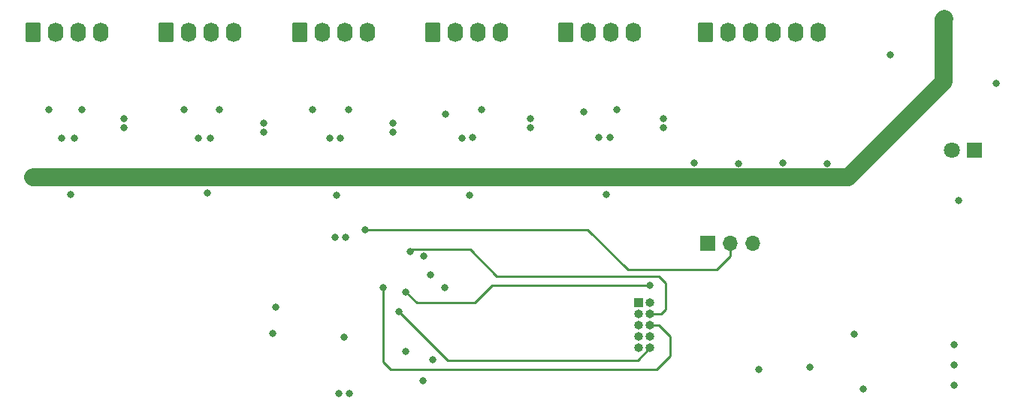
<source format=gbr>
%TF.GenerationSoftware,KiCad,Pcbnew,(5.99.0-8593-g9f18fee124)*%
%TF.CreationDate,2021-02-26T16:48:12-06:00*%
%TF.ProjectId,EE223_Design,45453232-335f-4446-9573-69676e2e6b69,rev?*%
%TF.SameCoordinates,Original*%
%TF.FileFunction,Copper,L4,Bot*%
%TF.FilePolarity,Positive*%
%FSLAX46Y46*%
G04 Gerber Fmt 4.6, Leading zero omitted, Abs format (unit mm)*
G04 Created by KiCad (PCBNEW (5.99.0-8593-g9f18fee124)) date 2021-02-26 16:48:12*
%MOMM*%
%LPD*%
G01*
G04 APERTURE LIST*
G04 Aperture macros list*
%AMRoundRect*
0 Rectangle with rounded corners*
0 $1 Rounding radius*
0 $2 $3 $4 $5 $6 $7 $8 $9 X,Y pos of 4 corners*
0 Add a 4 corners polygon primitive as box body*
4,1,4,$2,$3,$4,$5,$6,$7,$8,$9,$2,$3,0*
0 Add four circle primitives for the rounded corners*
1,1,$1+$1,$2,$3*
1,1,$1+$1,$4,$5*
1,1,$1+$1,$6,$7*
1,1,$1+$1,$8,$9*
0 Add four rect primitives between the rounded corners*
20,1,$1+$1,$2,$3,$4,$5,0*
20,1,$1+$1,$4,$5,$6,$7,0*
20,1,$1+$1,$6,$7,$8,$9,0*
20,1,$1+$1,$8,$9,$2,$3,0*%
G04 Aperture macros list end*
%TA.AperFunction,ComponentPad*%
%ADD10RoundRect,0.250000X-0.620000X-0.845000X0.620000X-0.845000X0.620000X0.845000X-0.620000X0.845000X0*%
%TD*%
%TA.AperFunction,ComponentPad*%
%ADD11O,1.740000X2.190000*%
%TD*%
%TA.AperFunction,ComponentPad*%
%ADD12R,1.000000X1.000000*%
%TD*%
%TA.AperFunction,ComponentPad*%
%ADD13O,1.000000X1.000000*%
%TD*%
%TA.AperFunction,ComponentPad*%
%ADD14R,1.700000X1.700000*%
%TD*%
%TA.AperFunction,ComponentPad*%
%ADD15O,1.700000X1.700000*%
%TD*%
%TA.AperFunction,ComponentPad*%
%ADD16R,1.800000X1.800000*%
%TD*%
%TA.AperFunction,ComponentPad*%
%ADD17C,1.800000*%
%TD*%
%TA.AperFunction,ViaPad*%
%ADD18C,0.800000*%
%TD*%
%TA.AperFunction,Conductor*%
%ADD19C,2.000000*%
%TD*%
%TA.AperFunction,Conductor*%
%ADD20C,0.250000*%
%TD*%
G04 APERTURE END LIST*
D10*
%TO.P,J6,1,Pin_1*%
%TO.N,Net-(J6-Pad1)*%
X70000000Y-41250000D03*
D11*
%TO.P,J6,2,Pin_2*%
%TO.N,Net-(J6-Pad2)*%
X72540000Y-41250000D03*
%TO.P,J6,3,Pin_3*%
%TO.N,Net-(J6-Pad3)*%
X75080000Y-41250000D03*
%TO.P,J6,4,Pin_4*%
%TO.N,Net-(J6-Pad4)*%
X77620000Y-41250000D03*
%TD*%
D10*
%TO.P,J4,1,Pin_1*%
%TO.N,Net-(U5-Pad11)*%
X55000000Y-41250000D03*
D11*
%TO.P,J4,2,Pin_2*%
%TO.N,Net-(U5-Pad7)*%
X57540000Y-41250000D03*
%TO.P,J4,3,Pin_3*%
%TO.N,Net-(U5-Pad5)*%
X60080000Y-41250000D03*
%TO.P,J4,4,Pin_4*%
%TO.N,Net-(U5-Pad1)*%
X62620000Y-41250000D03*
%TD*%
D10*
%TO.P,J5,1,Pin_1*%
%TO.N,Net-(J5-Pad1)*%
X115000000Y-41250000D03*
D11*
%TO.P,J5,2,Pin_2*%
%TO.N,Net-(J5-Pad2)*%
X117540000Y-41250000D03*
%TO.P,J5,3,Pin_3*%
%TO.N,Net-(J5-Pad3)*%
X120080000Y-41250000D03*
%TO.P,J5,4,Pin_4*%
%TO.N,Net-(J5-Pad4)*%
X122620000Y-41250000D03*
%TD*%
D12*
%TO.P,J1,1,Pin_1*%
%TO.N,+3V3*%
X123250000Y-71750000D03*
D13*
%TO.P,J1,2,Pin_2*%
%TO.N,SWDIO*%
X124520000Y-71750000D03*
%TO.P,J1,3,Pin_3*%
%TO.N,GND*%
X123250000Y-73020000D03*
%TO.P,J1,4,Pin_4*%
%TO.N,SWCLK*%
X124520000Y-73020000D03*
%TO.P,J1,5,Pin_5*%
%TO.N,GND*%
X123250000Y-74290000D03*
%TO.P,J1,6,Pin_6*%
%TO.N,SWO*%
X124520000Y-74290000D03*
%TO.P,J1,7,Pin_7*%
%TO.N,unconnected-(J1-Pad7)*%
X123250000Y-75560000D03*
%TO.P,J1,8,Pin_8*%
%TO.N,unconnected-(J1-Pad8)*%
X124520000Y-75560000D03*
%TO.P,J1,9,Pin_9*%
%TO.N,GND*%
X123250000Y-76830000D03*
%TO.P,J1,10,Pin_10*%
%TO.N,NRST*%
X124520000Y-76830000D03*
%TD*%
D10*
%TO.P,J3,1,Pin_1*%
%TO.N,Net-(J3-Pad1)*%
X100000000Y-41250000D03*
D11*
%TO.P,J3,2,Pin_2*%
%TO.N,Net-(J3-Pad2)*%
X102540000Y-41250000D03*
%TO.P,J3,3,Pin_3*%
%TO.N,Net-(J3-Pad3)*%
X105080000Y-41250000D03*
%TO.P,J3,4,Pin_4*%
%TO.N,Net-(J3-Pad4)*%
X107620000Y-41250000D03*
%TD*%
D10*
%TO.P,J2,1,Pin_1*%
%TO.N,GND*%
X130750000Y-41250000D03*
D11*
%TO.P,J2,2,Pin_2*%
%TO.N,Net-(J2-Pad2)*%
X133290000Y-41250000D03*
%TO.P,J2,3,Pin_3*%
%TO.N,Net-(J2-Pad3)*%
X135830000Y-41250000D03*
%TO.P,J2,4,Pin_4*%
%TO.N,Net-(J2-Pad4)*%
X138370000Y-41250000D03*
%TO.P,J2,5,Pin_5*%
%TO.N,Net-(J2-Pad5)*%
X140910000Y-41250000D03*
%TO.P,J2,6,Pin_6*%
%TO.N,+12V*%
X143450000Y-41250000D03*
%TD*%
D10*
%TO.P,J7,1,Pin_1*%
%TO.N,Net-(J7-Pad1)*%
X85000000Y-41250000D03*
D11*
%TO.P,J7,2,Pin_2*%
%TO.N,Net-(J7-Pad2)*%
X87540000Y-41250000D03*
%TO.P,J7,3,Pin_3*%
%TO.N,Net-(J7-Pad3)*%
X90080000Y-41250000D03*
%TO.P,J7,4,Pin_4*%
%TO.N,Net-(J7-Pad4)*%
X92620000Y-41250000D03*
%TD*%
D14*
%TO.P,JP1,1,A*%
%TO.N,+3V3*%
X131000000Y-65000000D03*
D15*
%TO.P,JP1,2,C*%
%TO.N,BOOT0*%
X133540000Y-65000000D03*
%TO.P,JP1,3,B*%
%TO.N,GND*%
X136080000Y-65000000D03*
%TD*%
D16*
%TO.P,D1,1,K*%
%TO.N,Net-(D1-Pad1)*%
X161040000Y-54500000D03*
D17*
%TO.P,D1,2,A*%
%TO.N,Net-(D1-Pad2)*%
X158500000Y-54500000D03*
%TD*%
D18*
%TO.N,GND*%
X159250000Y-60250000D03*
X148500000Y-81500000D03*
X136750000Y-79250000D03*
X134500000Y-56050000D03*
X129500000Y-56000000D03*
X144500000Y-56050000D03*
X139500000Y-56000000D03*
X76000000Y-50000000D03*
X90200000Y-64400000D03*
X95500000Y-51500000D03*
X151600000Y-43800000D03*
X86500000Y-50000000D03*
X118700000Y-53100000D03*
X105500000Y-50000000D03*
X111000000Y-51000000D03*
X101500000Y-50500000D03*
X101400000Y-70000000D03*
X81000000Y-51500000D03*
X72000000Y-50000000D03*
X88400000Y-53200000D03*
X73600000Y-53200000D03*
X56750000Y-50000000D03*
X100000000Y-78200000D03*
X120800000Y-50000000D03*
X163500000Y-47000000D03*
X117000000Y-50200000D03*
X90500000Y-50000000D03*
X99000000Y-66500000D03*
X58200000Y-53200000D03*
X82000000Y-75200000D03*
X89400000Y-82000000D03*
X103300000Y-53200000D03*
X126000000Y-51000000D03*
X65250000Y-51000000D03*
X97000000Y-77200000D03*
X60500000Y-50000000D03*
%TO.N,V_MOTOR*%
X107800000Y-57600000D03*
X98800000Y-57600000D03*
X113800000Y-57600000D03*
X55000000Y-57600000D03*
X78000000Y-57600000D03*
X92600000Y-57600000D03*
X62400000Y-57600000D03*
X123000000Y-57600000D03*
X148700000Y-55700000D03*
X85400000Y-57600000D03*
X157700000Y-39700000D03*
X70800000Y-57600000D03*
%TO.N,+3V3*%
X89200000Y-59600000D03*
X82300000Y-72200000D03*
X75000000Y-53200000D03*
X119600000Y-59500000D03*
X158750000Y-78750000D03*
X89000000Y-64400000D03*
X158750000Y-81000000D03*
X99800000Y-68600000D03*
X74600000Y-59400000D03*
X111000000Y-52000000D03*
X126000000Y-52000000D03*
X98900000Y-80500000D03*
X95500000Y-52500000D03*
X59600000Y-53200000D03*
X81000000Y-52500000D03*
X65250000Y-52000000D03*
X158750000Y-76500000D03*
X147500000Y-75250000D03*
X89600000Y-53200000D03*
X90600000Y-82000000D03*
X104200000Y-59600000D03*
X59250000Y-59500000D03*
X90000000Y-75600000D03*
X120000000Y-53100000D03*
X104500000Y-53100000D03*
X142500000Y-79000000D03*
%TO.N,NRST*%
X96250000Y-72750000D03*
%TO.N,SWO*%
X94400000Y-70000000D03*
%TO.N,SWCLK*%
X97500000Y-66000000D03*
%TO.N,SWDIO*%
X124500000Y-69750000D03*
X97000000Y-70500000D03*
%TO.N,BOOT0*%
X92400000Y-63500000D03*
%TD*%
D19*
%TO.N,V_MOTOR*%
X98800000Y-57600000D02*
X107800000Y-57600000D01*
X55000000Y-57600000D02*
X62400000Y-57600000D01*
X148700000Y-55700000D02*
X157600000Y-46800000D01*
X157600000Y-46800000D02*
X157600000Y-39800000D01*
X85400000Y-57600000D02*
X92600000Y-57600000D01*
X92600000Y-57600000D02*
X98800000Y-57600000D01*
X157600000Y-39800000D02*
X157700000Y-39700000D01*
X78000000Y-57600000D02*
X85400000Y-57600000D01*
X146800000Y-57600000D02*
X148700000Y-55700000D01*
X113800000Y-57600000D02*
X123000000Y-57600000D01*
X107800000Y-57600000D02*
X113800000Y-57600000D01*
X123000000Y-57600000D02*
X146800000Y-57600000D01*
X70800000Y-57600000D02*
X78000000Y-57600000D01*
X62400000Y-57600000D02*
X70800000Y-57600000D01*
D20*
%TO.N,NRST*%
X123100000Y-78250000D02*
X122000000Y-78250000D01*
X122000000Y-78250000D02*
X101750000Y-78250000D01*
X101750000Y-78250000D02*
X96250000Y-72750000D01*
X124520000Y-76830000D02*
X123100000Y-78250000D01*
%TO.N,SWO*%
X125500000Y-74250000D02*
X126750000Y-75500000D01*
X95250000Y-79250000D02*
X94400000Y-78400000D01*
X94400000Y-78400000D02*
X94400000Y-70000000D01*
X124560000Y-74250000D02*
X125500000Y-74250000D01*
X124520000Y-74290000D02*
X124560000Y-74250000D01*
X126750000Y-75500000D02*
X126750000Y-77750000D01*
X126750000Y-77750000D02*
X125250000Y-79250000D01*
X125250000Y-79250000D02*
X95250000Y-79250000D01*
%TO.N,SWCLK*%
X104250000Y-65750000D02*
X97750000Y-65750000D01*
X126250000Y-72500000D02*
X126250000Y-69500000D01*
X125730000Y-73020000D02*
X126250000Y-72500000D01*
X121500000Y-68750000D02*
X107250000Y-68750000D01*
X97750000Y-65750000D02*
X97500000Y-66000000D01*
X124520000Y-73020000D02*
X125730000Y-73020000D01*
X126250000Y-69500000D02*
X125750000Y-69000000D01*
X125750000Y-69000000D02*
X125500000Y-68750000D01*
X107250000Y-68750000D02*
X104250000Y-65750000D01*
X125500000Y-68750000D02*
X121500000Y-68750000D01*
%TO.N,SWDIO*%
X98250000Y-71750000D02*
X97000000Y-70500000D01*
X104750000Y-71750000D02*
X98250000Y-71750000D01*
X124500000Y-69750000D02*
X106750000Y-69750000D01*
X106750000Y-69750000D02*
X104750000Y-71750000D01*
%TO.N,BOOT0*%
X117500000Y-63500000D02*
X122000000Y-68000000D01*
X132000000Y-68000000D02*
X133540000Y-66460000D01*
X133540000Y-66460000D02*
X133540000Y-65000000D01*
X125000000Y-68000000D02*
X132000000Y-68000000D01*
X125000000Y-68000000D02*
X125200000Y-68000000D01*
X92400000Y-63500000D02*
X117500000Y-63500000D01*
X122000000Y-68000000D02*
X125000000Y-68000000D01*
%TD*%
M02*

</source>
